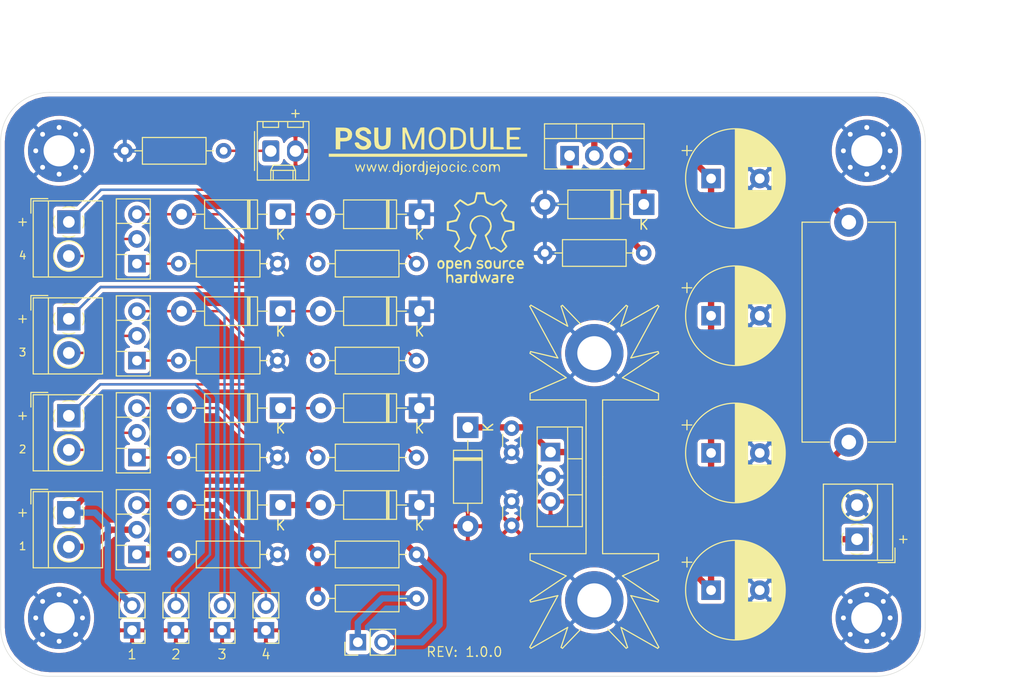
<source format=kicad_pcb>
(kicad_pcb (version 20171130) (host pcbnew "(5.1.8)-1")
  (layers (0 F.Cu signal) (31 B.Cu signal) (34 B.Paste user) (35 F.Paste user) (36 B.SilkS user) (37 F.SilkS user) (38 B.Mask user) (39 F.Mask user) (44 Edge.Cuts user))
  (net 0 "")
  (net 1 "Net-(C1-Pad1)")
  (net 2 GND)
  (net 3 OUT)
  (net 4 "Net-(D1-Pad2)")
  (net 5 "Net-(D1-Pad1)")
  (net 6 "Net-(D2-Pad1)")
  (net 7 "Net-(D2-Pad2)")
  (net 8 "Net-(D3-Pad2)")
  (net 9 "Net-(D3-Pad1)")
  (net 10 "Net-(D4-Pad1)")
  (net 11 "Net-(D4-Pad2)")
  (net 12 "Net-(D10-Pad1)")
  (net 13 "Net-(F1-Pad1)")
  (net 14 +7.5V)
  (net 15 "Net-(J1-Pad1)")
  (net 16 "Net-(J1-Pad2)")
  (net 17 "Net-(J2-Pad2)")
  (net 18 "Net-(J2-Pad1)")
  (net 19 "Net-(J3-Pad2)")
  (net 20 "Net-(J3-Pad1)")
  (net 21 "Net-(J4-Pad1)")
  (net 22 "Net-(J4-Pad2)")
  (net 23 "Net-(JP5-Pad1)")
  (net 24 "Net-(Q1-Pad1)")
  (net 25 "Net-(Q2-Pad1)")
  (net 26 "Net-(Q3-Pad1)")
  (net 27 "Net-(Q4-Pad1)")
  (net 28 "Net-(Q5-Pad1)")
  (module Icons:PSU_Module_Label (layer F.Cu) (at 123.8796 56)
    (fp_text reference G*** hide)
    (fp_text value LOGO hide)
  )
  (module Icons:OSHW (layer F.Cu) (at 129.317398 64.91617)
    (fp_text reference G*** hide)
    (fp_text value "OSHW LOGO" hide)
  )
  (module Capacitor_THT:CP_Radial_D10.0mm_P5.00mm (layer F.Cu) (at 153 58.85)
    (fp_text reference C1 hide)
    (fp_text value 1mF hide)
    (pad 1 thru_hole rect (at 0 0) (size 2 2) (drill 1) (layers *.Cu *.Mask) (net 1 "Net-(C1-Pad1)"))
    (pad 2 thru_hole circle (at 5 0) (size 2 2) (drill 1) (layers *.Cu *.Mask) (net 2 GND))
  )
  (module Capacitor_THT:CP_Radial_D10.0mm_P5.00mm (layer F.Cu) (at 153 72.95)
    (fp_text reference C2 hide)
    (fp_text value 1mF hide)
    (pad 1 thru_hole rect (at 0 0) (size 2 2) (drill 1) (layers *.Cu *.Mask) (net 1 "Net-(C1-Pad1)"))
    (pad 2 thru_hole circle (at 5 0) (size 2 2) (drill 1) (layers *.Cu *.Mask) (net 2 GND))
  )
  (module Capacitor_THT:CP_Radial_D10.0mm_P5.00mm (layer F.Cu) (at 153 87.05)
    (fp_text reference C3 hide)
    (fp_text value 470µF hide)
    (pad 2 thru_hole circle (at 5 0) (size 2 2) (drill 1) (layers *.Cu *.Mask) (net 2 GND))
    (pad 1 thru_hole rect (at 0 0) (size 2 2) (drill 1) (layers *.Cu *.Mask) (net 1 "Net-(C1-Pad1)"))
  )
  (module Capacitor_THT:CP_Radial_D10.0mm_P5.00mm (layer F.Cu) (at 153 101.15)
    (fp_text reference C4 hide)
    (fp_text value 470µF hide)
    (pad 2 thru_hole circle (at 5 0) (size 2 2) (drill 1) (layers *.Cu *.Mask) (net 2 GND))
    (pad 1 thru_hole rect (at 0 0) (size 2 2) (drill 1) (layers *.Cu *.Mask) (net 1 "Net-(C1-Pad1)"))
  )
  (module Capacitor_THT:C_Disc_D3.0mm_W1.6mm_P2.50mm (layer F.Cu) (at 132.5 84.5 270)
    (fp_text reference C5 hide)
    (fp_text value 0.33µF hide)
    (pad 1 thru_hole circle (at 0 0 270) (size 1.6 1.6) (drill 0.8) (layers *.Cu *.Mask) (net 1 "Net-(C1-Pad1)"))
    (pad 2 thru_hole circle (at 2.5 0 270) (size 1.6 1.6) (drill 0.8) (layers *.Cu *.Mask) (net 2 GND))
  )
  (module Capacitor_THT:C_Disc_D3.0mm_W1.6mm_P2.50mm (layer F.Cu) (at 132.5 94.5 90)
    (fp_text reference C6 hide)
    (fp_text value 0.1µF hide)
    (pad 2 thru_hole circle (at 2.5 0 90) (size 1.6 1.6) (drill 0.8) (layers *.Cu *.Mask) (net 2 GND))
    (pad 1 thru_hole circle (at 0 0 90) (size 1.6 1.6) (drill 0.8) (layers *.Cu *.Mask) (net 3 OUT))
  )
  (module Diode_THT:D_DO-41_SOD81_P10.16mm_Horizontal (layer F.Cu) (at 108.75 92.4 180)
    (fp_text reference D1 hide)
    (fp_text value 1N4007 hide)
    (fp_text user K (at 0 -2.1) (layer F.SilkS))
    (pad 2 thru_hole oval (at 10.16 0 180) (size 2.2 2.2) (drill 1.1) (layers *.Cu *.Mask) (net 4 "Net-(D1-Pad2)"))
    (pad 1 thru_hole rect (at 0 0 180) (size 2.2 2.2) (drill 1.1) (layers *.Cu *.Mask) (net 5 "Net-(D1-Pad1)"))
  )
  (module Diode_THT:D_DO-41_SOD81_P10.16mm_Horizontal (layer F.Cu) (at 108.75 82.44 180)
    (fp_text reference D2 hide)
    (fp_text value 1N4007 hide)
    (fp_text user K (at 0 -2.1) (layer F.SilkS))
    (pad 1 thru_hole rect (at 0 0 180) (size 2.2 2.2) (drill 1.1) (layers *.Cu *.Mask) (net 6 "Net-(D2-Pad1)"))
    (pad 2 thru_hole oval (at 10.16 0 180) (size 2.2 2.2) (drill 1.1) (layers *.Cu *.Mask) (net 7 "Net-(D2-Pad2)"))
  )
  (module Diode_THT:D_DO-41_SOD81_P10.16mm_Horizontal (layer F.Cu) (at 108.75 72.48 180)
    (fp_text reference D3 hide)
    (fp_text value 1N4007 hide)
    (fp_text user K (at 0 -2.1) (layer F.SilkS))
    (pad 2 thru_hole oval (at 10.16 0 180) (size 2.2 2.2) (drill 1.1) (layers *.Cu *.Mask) (net 8 "Net-(D3-Pad2)"))
    (pad 1 thru_hole rect (at 0 0 180) (size 2.2 2.2) (drill 1.1) (layers *.Cu *.Mask) (net 9 "Net-(D3-Pad1)"))
  )
  (module Diode_THT:D_DO-41_SOD81_P10.16mm_Horizontal (layer F.Cu) (at 108.75 62.52 180)
    (fp_text reference D4 hide)
    (fp_text value 1N4007 hide)
    (fp_text user K (at 0 -2.1) (layer F.SilkS))
    (pad 1 thru_hole rect (at 0 0 180) (size 2.2 2.2) (drill 1.1) (layers *.Cu *.Mask) (net 10 "Net-(D4-Pad1)"))
    (pad 2 thru_hole oval (at 10.16 0 180) (size 2.2 2.2) (drill 1.1) (layers *.Cu *.Mask) (net 11 "Net-(D4-Pad2)"))
  )
  (module Diode_THT:D_DO-41_SOD81_P10.16mm_Horizontal (layer F.Cu) (at 123.034999 92.4 180)
    (fp_text reference D5 hide)
    (fp_text value 1N4007 hide)
    (fp_text user K (at 0 -2.1) (layer F.SilkS))
    (pad 1 thru_hole rect (at 0 0 180) (size 2.2 2.2) (drill 1.1) (layers *.Cu *.Mask) (net 2 GND))
    (pad 2 thru_hole oval (at 10.16 0 180) (size 2.2 2.2) (drill 1.1) (layers *.Cu *.Mask) (net 5 "Net-(D1-Pad1)"))
  )
  (module Diode_THT:D_DO-41_SOD81_P10.16mm_Horizontal (layer F.Cu) (at 123.034999 82.44 180)
    (fp_text reference D6 hide)
    (fp_text value 1N4007 hide)
    (fp_text user K (at 0 -2.1) (layer F.SilkS))
    (pad 1 thru_hole rect (at 0 0 180) (size 2.2 2.2) (drill 1.1) (layers *.Cu *.Mask) (net 2 GND))
    (pad 2 thru_hole oval (at 10.16 0 180) (size 2.2 2.2) (drill 1.1) (layers *.Cu *.Mask) (net 6 "Net-(D2-Pad1)"))
  )
  (module Diode_THT:D_DO-41_SOD81_P10.16mm_Horizontal (layer F.Cu) (at 123.034999 72.48 180)
    (fp_text reference D7 hide)
    (fp_text value 1N4007 hide)
    (fp_text user K (at 0 -2.1) (layer F.SilkS))
    (pad 2 thru_hole oval (at 10.16 0 180) (size 2.2 2.2) (drill 1.1) (layers *.Cu *.Mask) (net 9 "Net-(D3-Pad1)"))
    (pad 1 thru_hole rect (at 0 0 180) (size 2.2 2.2) (drill 1.1) (layers *.Cu *.Mask) (net 2 GND))
  )
  (module Diode_THT:D_DO-41_SOD81_P10.16mm_Horizontal (layer F.Cu) (at 123.034999 62.52 180)
    (fp_text reference D8 hide)
    (fp_text value 1N4007 hide)
    (fp_text user K (at 0 -2.1) (layer F.SilkS))
    (pad 2 thru_hole oval (at 10.16 0 180) (size 2.2 2.2) (drill 1.1) (layers *.Cu *.Mask) (net 10 "Net-(D4-Pad1)"))
    (pad 1 thru_hole rect (at 0 0 180) (size 2.2 2.2) (drill 1.1) (layers *.Cu *.Mask) (net 2 GND))
  )
  (module Diode_THT:D_DO-41_SOD81_P10.16mm_Horizontal (layer F.Cu) (at 128 84.42 270)
    (fp_text reference D9 hide)
    (fp_text value 1N4007 hide)
    (fp_text user K (at 0 -2.1 90) (layer F.SilkS))
    (pad 2 thru_hole oval (at 10.16 0 270) (size 2.2 2.2) (drill 1.1) (layers *.Cu *.Mask) (net 3 OUT))
    (pad 1 thru_hole rect (at 0 0 270) (size 2.2 2.2) (drill 1.1) (layers *.Cu *.Mask) (net 1 "Net-(C1-Pad1)"))
  )
  (module Connector_Molex:Molex_KK-254_AE-6410-02A_1x02_P2.54mm_Vertical (layer F.Cu) (at 107.75 56.02)
    (fp_text reference D10 hide)
    (fp_text value RED hide)
    (pad 1 thru_hole roundrect (at 0 0) (size 1.74 2.19) (drill 1.19) (layers *.Cu *.Mask) (roundrect_rratio 0.1436775862068966) (net 12 "Net-(D10-Pad1)"))
    (pad 2 thru_hole oval (at 2.54 0) (size 1.74 2.19) (drill 1.19) (layers *.Cu *.Mask) (net 3 OUT))
  )
  (module Diode_THT:D_DO-41_SOD81_P10.16mm_Horizontal (layer F.Cu) (at 146.08 61.5 180)
    (fp_text reference D11 hide)
    (fp_text value 18V hide)
    (fp_text user K (at 0 -2.1) (layer F.SilkS))
    (pad 1 thru_hole rect (at 0 0 180) (size 2.2 2.2) (drill 1.1) (layers *.Cu *.Mask) (net 1 "Net-(C1-Pad1)"))
    (pad 2 thru_hole oval (at 10.16 0 180) (size 2.2 2.2) (drill 1.1) (layers *.Cu *.Mask) (net 2 GND))
  )
  (module Fuse:Fuseholder_Cylinder-5x20mm_Stelvio-Kontek_PTF78_Horizontal_Open (layer F.Cu) (at 167.15 63.333333 270)
    (fp_text reference F1 hide)
    (fp_text value 2A hide)
    (pad 1 thru_hole circle (at 0 0 270) (size 3 3) (drill 1.5) (layers *.Cu *.Mask) (net 13 "Net-(F1-Pad1)"))
    (pad 2 thru_hole circle (at 22.6 0 270) (size 3 3) (drill 1.5) (layers *.Cu *.Mask) (net 14 +7.5V))
  )
  (module TerminalBlock_4Ucon:TerminalBlock_4Ucon_1x02_P3.50mm_Horizontal (layer F.Cu) (at 87 93.19 270)
    (fp_text reference J1 hide)
    (fp_text value DC_OUT_1 hide)
    (pad 1 thru_hole rect (at 0 0 270) (size 2.4 2.4) (drill 1.2) (layers *.Cu *.Mask) (net 15 "Net-(J1-Pad1)"))
    (pad 2 thru_hole circle (at 3.5 0 270) (size 2.4 2.4) (drill 1.2) (layers *.Cu *.Mask) (net 16 "Net-(J1-Pad2)"))
  )
  (module TerminalBlock_4Ucon:TerminalBlock_4Ucon_1x02_P3.50mm_Horizontal (layer F.Cu) (at 87 83.23 270)
    (fp_text reference J2 hide)
    (fp_text value DC_OUT_2 hide)
    (pad 2 thru_hole circle (at 3.5 0 270) (size 2.4 2.4) (drill 1.2) (layers *.Cu *.Mask) (net 17 "Net-(J2-Pad2)"))
    (pad 1 thru_hole rect (at 0 0 270) (size 2.4 2.4) (drill 1.2) (layers *.Cu *.Mask) (net 18 "Net-(J2-Pad1)"))
  )
  (module TerminalBlock_4Ucon:TerminalBlock_4Ucon_1x02_P3.50mm_Horizontal (layer F.Cu) (at 87 73.27 270)
    (fp_text reference J3 hide)
    (fp_text value DC_OUT_3 hide)
    (pad 2 thru_hole circle (at 3.5 0 270) (size 2.4 2.4) (drill 1.2) (layers *.Cu *.Mask) (net 19 "Net-(J3-Pad2)"))
    (pad 1 thru_hole rect (at 0 0 270) (size 2.4 2.4) (drill 1.2) (layers *.Cu *.Mask) (net 20 "Net-(J3-Pad1)"))
  )
  (module TerminalBlock_4Ucon:TerminalBlock_4Ucon_1x02_P3.50mm_Horizontal (layer F.Cu) (at 87 63.31 270)
    (fp_text reference J4 hide)
    (fp_text value DC_OUT_4 hide)
    (pad 1 thru_hole rect (at 0 0 270) (size 2.4 2.4) (drill 1.2) (layers *.Cu *.Mask) (net 21 "Net-(J4-Pad1)"))
    (pad 2 thru_hole circle (at 3.5 0 270) (size 2.4 2.4) (drill 1.2) (layers *.Cu *.Mask) (net 22 "Net-(J4-Pad2)"))
  )
  (module TerminalBlock_4Ucon:TerminalBlock_4Ucon_1x02_P3.50mm_Horizontal (layer F.Cu) (at 168 95.916666 90)
    (fp_text reference J5 hide)
    (fp_text value DC_IN hide)
    (pad 1 thru_hole rect (at 0 0 90) (size 2.4 2.4) (drill 1.2) (layers *.Cu *.Mask) (net 14 +7.5V))
    (pad 2 thru_hole circle (at 3.5 0 90) (size 2.4 2.4) (drill 1.2) (layers *.Cu *.Mask) (net 2 GND))
  )
  (module Connector_PinHeader_2.54mm:PinHeader_1x02_P2.54mm_Vertical (layer F.Cu) (at 93.5 105.275 180)
    (fp_text reference JP1 hide)
    (fp_text value GATE hide)
    (pad 1 thru_hole rect (at 0 0 180) (size 1.7 1.7) (drill 1) (layers *.Cu *.Mask) (net 3 OUT))
    (pad 2 thru_hole oval (at 0 2.54 180) (size 1.7 1.7) (drill 1) (layers *.Cu *.Mask) (net 15 "Net-(J1-Pad1)"))
  )
  (module Connector_PinHeader_2.54mm:PinHeader_1x02_P2.54mm_Vertical (layer F.Cu) (at 98 105.275 180)
    (fp_text reference JP2 hide)
    (fp_text value GATE hide)
    (pad 2 thru_hole oval (at 0 2.54 180) (size 1.7 1.7) (drill 1) (layers *.Cu *.Mask) (net 18 "Net-(J2-Pad1)"))
    (pad 1 thru_hole rect (at 0 0 180) (size 1.7 1.7) (drill 1) (layers *.Cu *.Mask) (net 3 OUT))
  )
  (module Connector_PinHeader_2.54mm:PinHeader_1x02_P2.54mm_Vertical (layer F.Cu) (at 102.75 105.275 180)
    (fp_text reference JP3 hide)
    (fp_text value GATE hide)
    (pad 1 thru_hole rect (at 0 0 180) (size 1.7 1.7) (drill 1) (layers *.Cu *.Mask) (net 3 OUT))
    (pad 2 thru_hole oval (at 0 2.54 180) (size 1.7 1.7) (drill 1) (layers *.Cu *.Mask) (net 20 "Net-(J3-Pad1)"))
  )
  (module Connector_PinHeader_2.54mm:PinHeader_1x02_P2.54mm_Vertical (layer F.Cu) (at 107.25 105.275 180)
    (fp_text reference JP4 hide)
    (fp_text value GATE hide)
    (pad 2 thru_hole oval (at 0 2.54 180) (size 1.7 1.7) (drill 1) (layers *.Cu *.Mask) (net 21 "Net-(J4-Pad1)"))
    (pad 1 thru_hole rect (at 0 0 180) (size 1.7 1.7) (drill 1) (layers *.Cu *.Mask) (net 3 OUT))
  )
  (module Connector_PinHeader_2.54mm:PinHeader_1x02_P2.54mm_Vertical (layer F.Cu) (at 116.7 106.5 90)
    (fp_text reference JP5 hide)
    (fp_text value GATE hide)
    (pad 1 thru_hole rect (at 0 0 90) (size 1.7 1.7) (drill 1) (layers *.Cu *.Mask) (net 23 "Net-(JP5-Pad1)"))
    (pad 2 thru_hole oval (at 0 2.54 90) (size 1.7 1.7) (drill 1) (layers *.Cu *.Mask) (net 15 "Net-(J1-Pad1)"))
  )
  (module Package_TO_SOT_THT:TO-126-3_Vertical (layer F.Cu) (at 94 97.48 90)
    (fp_text reference Q1 hide)
    (fp_text value BD137 hide)
    (pad 3 thru_hole oval (at 5.08 0 90) (size 1.8 1.8) (drill 1) (layers *.Cu *.Mask) (net 4 "Net-(D1-Pad2)"))
    (pad 2 thru_hole oval (at 2.54 0 90) (size 1.8 1.8) (drill 1) (layers *.Cu *.Mask) (net 16 "Net-(J1-Pad2)"))
    (pad 1 thru_hole rect (at 0 0 90) (size 1.8 1.8) (drill 1) (layers *.Cu *.Mask) (net 24 "Net-(Q1-Pad1)"))
  )
  (module Package_TO_SOT_THT:TO-126-3_Vertical (layer F.Cu) (at 94 87.52 90)
    (fp_text reference Q2 hide)
    (fp_text value BD137 hide)
    (pad 1 thru_hole rect (at 0 0 90) (size 1.8 1.8) (drill 1) (layers *.Cu *.Mask) (net 25 "Net-(Q2-Pad1)"))
    (pad 2 thru_hole oval (at 2.54 0 90) (size 1.8 1.8) (drill 1) (layers *.Cu *.Mask) (net 17 "Net-(J2-Pad2)"))
    (pad 3 thru_hole oval (at 5.08 0 90) (size 1.8 1.8) (drill 1) (layers *.Cu *.Mask) (net 7 "Net-(D2-Pad2)"))
  )
  (module Package_TO_SOT_THT:TO-126-3_Vertical (layer F.Cu) (at 94 77.56 90)
    (fp_text reference Q3 hide)
    (fp_text value BD137 hide)
    (pad 3 thru_hole oval (at 5.08 0 90) (size 1.8 1.8) (drill 1) (layers *.Cu *.Mask) (net 8 "Net-(D3-Pad2)"))
    (pad 2 thru_hole oval (at 2.54 0 90) (size 1.8 1.8) (drill 1) (layers *.Cu *.Mask) (net 19 "Net-(J3-Pad2)"))
    (pad 1 thru_hole rect (at 0 0 90) (size 1.8 1.8) (drill 1) (layers *.Cu *.Mask) (net 26 "Net-(Q3-Pad1)"))
  )
  (module Package_TO_SOT_THT:TO-126-3_Vertical (layer F.Cu) (at 94 67.6 90)
    (fp_text reference Q4 hide)
    (fp_text value BD137 hide)
    (pad 1 thru_hole rect (at 0 0 90) (size 1.8 1.8) (drill 1) (layers *.Cu *.Mask) (net 27 "Net-(Q4-Pad1)"))
    (pad 2 thru_hole oval (at 2.54 0 90) (size 1.8 1.8) (drill 1) (layers *.Cu *.Mask) (net 22 "Net-(J4-Pad2)"))
    (pad 3 thru_hole oval (at 5.08 0 90) (size 1.8 1.8) (drill 1) (layers *.Cu *.Mask) (net 11 "Net-(D4-Pad2)"))
  )
  (module Package_TO_SOT_THT:TO-220-3_Vertical (layer F.Cu) (at 138.46 56.5)
    (fp_text reference Q5 hide)
    (fp_text value IRF9510 hide)
    (pad 1 thru_hole rect (at 0 0) (size 1.905 2) (drill 1.1) (layers *.Cu *.Mask) (net 28 "Net-(Q5-Pad1)"))
    (pad 2 thru_hole oval (at 2.54 0) (size 1.905 2) (drill 1.1) (layers *.Cu *.Mask) (net 13 "Net-(F1-Pad1)"))
    (pad 3 thru_hole oval (at 5.08 0) (size 1.905 2) (drill 1.1) (layers *.Cu *.Mask) (net 1 "Net-(C1-Pad1)"))
  )
  (module Resistor_THT:R_Axial_DIN0207_L6.3mm_D2.5mm_P10.16mm_Horizontal (layer F.Cu) (at 122.734999 102 180)
    (fp_text reference R1 hide)
    (fp_text value 100 hide)
    (pad 1 thru_hole circle (at 0 0 180) (size 1.6 1.6) (drill 0.8) (layers *.Cu *.Mask) (net 23 "Net-(JP5-Pad1)"))
    (pad 2 thru_hole oval (at 10.16 0 180) (size 1.6 1.6) (drill 0.8) (layers *.Cu *.Mask) (net 4 "Net-(D1-Pad2)"))
  )
  (module Resistor_THT:R_Axial_DIN0207_L6.3mm_D2.5mm_P10.16mm_Horizontal (layer F.Cu) (at 122.734999 97.48 180)
    (fp_text reference R2 hide)
    (fp_text value 100 hide)
    (pad 2 thru_hole oval (at 10.16 0 180) (size 1.6 1.6) (drill 0.8) (layers *.Cu *.Mask) (net 4 "Net-(D1-Pad2)"))
    (pad 1 thru_hole circle (at 0 0 180) (size 1.6 1.6) (drill 0.8) (layers *.Cu *.Mask) (net 15 "Net-(J1-Pad1)"))
  )
  (module Resistor_THT:R_Axial_DIN0207_L6.3mm_D2.5mm_P10.16mm_Horizontal (layer F.Cu) (at 122.734999 87.52 180)
    (fp_text reference R3 hide)
    (fp_text value 100 hide)
    (pad 1 thru_hole circle (at 0 0 180) (size 1.6 1.6) (drill 0.8) (layers *.Cu *.Mask) (net 18 "Net-(J2-Pad1)"))
    (pad 2 thru_hole oval (at 10.16 0 180) (size 1.6 1.6) (drill 0.8) (layers *.Cu *.Mask) (net 7 "Net-(D2-Pad2)"))
  )
  (module Resistor_THT:R_Axial_DIN0207_L6.3mm_D2.5mm_P10.16mm_Horizontal (layer F.Cu) (at 122.734999 77.56 180)
    (fp_text reference R4 hide)
    (fp_text value 100 hide)
    (pad 1 thru_hole circle (at 0 0 180) (size 1.6 1.6) (drill 0.8) (layers *.Cu *.Mask) (net 20 "Net-(J3-Pad1)"))
    (pad 2 thru_hole oval (at 10.16 0 180) (size 1.6 1.6) (drill 0.8) (layers *.Cu *.Mask) (net 8 "Net-(D3-Pad2)"))
  )
  (module Resistor_THT:R_Axial_DIN0207_L6.3mm_D2.5mm_P10.16mm_Horizontal (layer F.Cu) (at 122.734999 67.6 180)
    (fp_text reference R5 hide)
    (fp_text value 100 hide)
    (pad 1 thru_hole circle (at 0 0 180) (size 1.6 1.6) (drill 0.8) (layers *.Cu *.Mask) (net 21 "Net-(J4-Pad1)"))
    (pad 2 thru_hole oval (at 10.16 0 180) (size 1.6 1.6) (drill 0.8) (layers *.Cu *.Mask) (net 11 "Net-(D4-Pad2)"))
  )
  (module Resistor_THT:R_Axial_DIN0207_L6.3mm_D2.5mm_P10.16mm_Horizontal (layer F.Cu) (at 108.45 97.48 180)
    (fp_text reference R6 hide)
    (fp_text value 2.2 hide)
    (pad 1 thru_hole circle (at 0 0 180) (size 1.6 1.6) (drill 0.8) (layers *.Cu *.Mask) (net 2 GND))
    (pad 2 thru_hole oval (at 10.16 0 180) (size 1.6 1.6) (drill 0.8) (layers *.Cu *.Mask) (net 24 "Net-(Q1-Pad1)"))
  )
  (module Resistor_THT:R_Axial_DIN0207_L6.3mm_D2.5mm_P10.16mm_Horizontal (layer F.Cu) (at 108.45 87.52 180)
    (fp_text reference R7 hide)
    (fp_text value 2.2 hide)
    (pad 2 thru_hole oval (at 10.16 0 180) (size 1.6 1.6) (drill 0.8) (layers *.Cu *.Mask) (net 25 "Net-(Q2-Pad1)"))
    (pad 1 thru_hole circle (at 0 0 180) (size 1.6 1.6) (drill 0.8) (layers *.Cu *.Mask) (net 2 GND))
  )
  (module Resistor_THT:R_Axial_DIN0207_L6.3mm_D2.5mm_P10.16mm_Horizontal (layer F.Cu) (at 108.45 77.56 180)
    (fp_text reference R8 hide)
    (fp_text value 2.2 hide)
    (pad 2 thru_hole oval (at 10.16 0 180) (size 1.6 1.6) (drill 0.8) (layers *.Cu *.Mask) (net 26 "Net-(Q3-Pad1)"))
    (pad 1 thru_hole circle (at 0 0 180) (size 1.6 1.6) (drill 0.8) (layers *.Cu *.Mask) (net 2 GND))
  )
  (module Resistor_THT:R_Axial_DIN0207_L6.3mm_D2.5mm_P10.16mm_Horizontal (layer F.Cu) (at 108.45 67.6 180)
    (fp_text reference R9 hide)
    (fp_text value 2.2 hide)
    (pad 2 thru_hole oval (at 10.16 0 180) (size 1.6 1.6) (drill 0.8) (layers *.Cu *.Mask) (net 27 "Net-(Q4-Pad1)"))
    (pad 1 thru_hole circle (at 0 0 180) (size 1.6 1.6) (drill 0.8) (layers *.Cu *.Mask) (net 2 GND))
  )
  (module Resistor_THT:R_Axial_DIN0207_L6.3mm_D2.5mm_P10.16mm_Horizontal (layer F.Cu) (at 146.08 66.5 180)
    (fp_text reference R10 hide)
    (fp_text value 100k hide)
    (pad 2 thru_hole oval (at 10.16 0 180) (size 1.6 1.6) (drill 0.8) (layers *.Cu *.Mask) (net 2 GND))
    (pad 1 thru_hole circle (at 0 0 180) (size 1.6 1.6) (drill 0.8) (layers *.Cu *.Mask) (net 28 "Net-(Q5-Pad1)"))
  )
  (module Resistor_THT:R_Axial_DIN0207_L6.3mm_D2.5mm_P10.16mm_Horizontal (layer F.Cu) (at 102.91 56 180)
    (fp_text reference R11 hide)
    (fp_text value 100 hide)
    (pad 1 thru_hole circle (at 0 0 180) (size 1.6 1.6) (drill 0.8) (layers *.Cu *.Mask) (net 12 "Net-(D10-Pad1)"))
    (pad 2 thru_hole oval (at 10.16 0 180) (size 1.6 1.6) (drill 0.8) (layers *.Cu *.Mask) (net 2 GND))
  )
  (module Package_TO_SOT_THT:TO-220-3_Vertical (layer F.Cu) (at 136.5 86.96 270)
    (fp_text reference U1 hide)
    (fp_text value L7805 hide)
    (pad 3 thru_hole oval (at 5.08 0 270) (size 1.905 2) (drill 1.1) (layers *.Cu *.Mask) (net 3 OUT))
    (pad 2 thru_hole oval (at 2.54 0 270) (size 1.905 2) (drill 1.1) (layers *.Cu *.Mask) (net 2 GND))
    (pad 1 thru_hole rect (at 0 0 270) (size 1.905 2) (drill 1.1) (layers *.Cu *.Mask) (net 1 "Net-(C1-Pad1)"))
  )
  (module Heatsink:Heatsink_Fischer_SK104-STCB_35x13mm__2xDrill3.5mm_ScrewM3 (layer F.Cu) (at 141 89.5 90)
    (fp_text reference HS1 hide)
    (fp_text value Heatsink hide)
    (pad 1 thru_hole circle (at 12.7 0 90) (size 6 6) (drill 3.5) (layers *.Cu *.Mask) (net 2 GND))
    (pad 1 thru_hole circle (at -12.7 0 270) (size 6 6) (drill 3.5) (layers *.Cu *.Mask) (net 2 GND))
  )
  (module MountingHole:MountingHole_3.2mm_M3_Pad_Via (layer F.Cu) (at 86 56)
    (fp_text reference H1 hide)
    (fp_text value "Mounting Pad" hide)
    (pad 1 thru_hole circle (at 0 0) (size 6.4 6.4) (drill 3.2) (layers *.Cu *.Mask) (net 2 GND))
    (pad 1 thru_hole circle (at 2.4 0) (size 0.8 0.8) (drill 0.5) (layers *.Cu *.Mask) (net 2 GND))
    (pad 1 thru_hole circle (at 1.697056 1.697056) (size 0.8 0.8) (drill 0.5) (layers *.Cu *.Mask) (net 2 GND))
    (pad 1 thru_hole circle (at 0 2.4) (size 0.8 0.8) (drill 0.5) (layers *.Cu *.Mask) (net 2 GND))
    (pad 1 thru_hole circle (at -1.697056 1.697056) (size 0.8 0.8) (drill 0.5) (layers *.Cu *.Mask) (net 2 GND))
    (pad 1 thru_hole circle (at -2.4 0) (size 0.8 0.8) (drill 0.5) (layers *.Cu *.Mask) (net 2 GND))
    (pad 1 thru_hole circle (at -1.697056 -1.697056) (size 0.8 0.8) (drill 0.5) (layers *.Cu *.Mask) (net 2 GND))
    (pad 1 thru_hole circle (at 0 -2.4) (size 0.8 0.8) (drill 0.5) (layers *.Cu *.Mask) (net 2 GND))
    (pad 1 thru_hole circle (at 1.697056 -1.697056) (size 0.8 0.8) (drill 0.5) (layers *.Cu *.Mask) (net 2 GND))
  )
  (module MountingHole:MountingHole_3.2mm_M3_Pad_Via (layer F.Cu) (at 169 56)
    (fp_text reference H2 hide)
    (fp_text value "Mounting Pad" hide)
    (pad 1 thru_hole circle (at 1.697056 -1.697056) (size 0.8 0.8) (drill 0.5) (layers *.Cu *.Mask) (net 2 GND))
    (pad 1 thru_hole circle (at 0 -2.4) (size 0.8 0.8) (drill 0.5) (layers *.Cu *.Mask) (net 2 GND))
    (pad 1 thru_hole circle (at -1.697056 -1.697056) (size 0.8 0.8) (drill 0.5) (layers *.Cu *.Mask) (net 2 GND))
    (pad 1 thru_hole circle (at -2.4 0) (size 0.8 0.8) (drill 0.5) (layers *.Cu *.Mask) (net 2 GND))
    (pad 1 thru_hole circle (at -1.697056 1.697056) (size 0.8 0.8) (drill 0.5) (layers *.Cu *.Mask) (net 2 GND))
    (pad 1 thru_hole circle (at 0 2.4) (size 0.8 0.8) (drill 0.5) (layers *.Cu *.Mask) (net 2 GND))
    (pad 1 thru_hole circle (at 1.697056 1.697056) (size 0.8 0.8) (drill 0.5) (layers *.Cu *.Mask) (net 2 GND))
    (pad 1 thru_hole circle (at 2.4 0) (size 0.8 0.8) (drill 0.5) (layers *.Cu *.Mask) (net 2 GND))
    (pad 1 thru_hole circle (at 0 0) (size 6.4 6.4) (drill 3.2) (layers *.Cu *.Mask) (net 2 GND))
  )
  (module MountingHole:MountingHole_3.2mm_M3_Pad_Via (layer F.Cu) (at 169 104)
    (fp_text reference H3 hide)
    (fp_text value "Mounting Pad" hide)
    (pad 1 thru_hole circle (at 0 0) (size 6.4 6.4) (drill 3.2) (layers *.Cu *.Mask) (net 2 GND))
    (pad 1 thru_hole circle (at 2.4 0) (size 0.8 0.8) (drill 0.5) (layers *.Cu *.Mask) (net 2 GND))
    (pad 1 thru_hole circle (at 1.697056 1.697056) (size 0.8 0.8) (drill 0.5) (layers *.Cu *.Mask) (net 2 GND))
    (pad 1 thru_hole circle (at 0 2.4) (size 0.8 0.8) (drill 0.5) (layers *.Cu *.Mask) (net 2 GND))
    (pad 1 thru_hole circle (at -1.697056 1.697056) (size 0.8 0.8) (drill 0.5) (layers *.Cu *.Mask) (net 2 GND))
    (pad 1 thru_hole circle (at -2.4 0) (size 0.8 0.8) (drill 0.5) (layers *.Cu *.Mask) (net 2 GND))
    (pad 1 thru_hole circle (at -1.697056 -1.697056) (size 0.8 0.8) (drill 0.5) (layers *.Cu *.Mask) (net 2 GND))
    (pad 1 thru_hole circle (at 0 -2.4) (size 0.8 0.8) (drill 0.5) (layers *.Cu *.Mask) (net 2 GND))
    (pad 1 thru_hole circle (at 1.697056 -1.697056) (size 0.8 0.8) (drill 0.5) (layers *.Cu *.Mask) (net 2 GND))
  )
  (module MountingHole:MountingHole_3.2mm_M3_Pad_Via (layer F.Cu) (at 86 104)
    (fp_text reference H4 hide)
    (fp_text value "Mounting Pad" hide)
    (pad 1 thru_hole circle (at 1.697056 -1.697056) (size 0.8 0.8) (drill 0.5) (layers *.Cu *.Mask) (net 2 GND))
    (pad 1 thru_hole circle (at 0 -2.4) (size 0.8 0.8) (drill 0.5) (layers *.Cu *.Mask) (net 2 GND))
    (pad 1 thru_hole circle (at -1.697056 -1.697056) (size 0.8 0.8) (drill 0.5) (layers *.Cu *.Mask) (net 2 GND))
    (pad 1 thru_hole circle (at -2.4 0) (size 0.8 0.8) (drill 0.5) (layers *.Cu *.Mask) (net 2 GND))
    (pad 1 thru_hole circle (at -1.697056 1.697056) (size 0.8 0.8) (drill 0.5) (layers *.Cu *.Mask) (net 2 GND))
    (pad 1 thru_hole circle (at 0 2.4) (size 0.8 0.8) (drill 0.5) (layers *.Cu *.Mask) (net 2 GND))
    (pad 1 thru_hole circle (at 1.697056 1.697056) (size 0.8 0.8) (drill 0.5) (layers *.Cu *.Mask) (net 2 GND))
    (pad 1 thru_hole circle (at 2.4 0) (size 0.8 0.8) (drill 0.5) (layers *.Cu *.Mask) (net 2 GND))
    (pad 1 thru_hole circle (at 0 0) (size 6.4 6.4) (drill 3.2) (layers *.Cu *.Mask) (net 2 GND))
  )
  (gr_text 4 (at 82.25 66.756) (layer F.SilkS) (effects (font (size 0.8 0.8) (thickness 0.12))))
  (gr_text 3 (at 82.25 76.716) (layer F.SilkS) (effects (font (size 0.8 0.8) (thickness 0.12))))
  (gr_text 2 (at 82.25 86.676) (layer F.SilkS) (effects (font (size 0.8 0.8) (thickness 0.12))))
  (gr_text 1 (at 82.25 96.63) (layer F.SilkS) (effects (font (size 0.8 0.8) (thickness 0.12))))
  (gr_text "REV: 1.0.0" (at 127.65 107.5) (layer F.SilkS) (effects (font (size 1 1) (thickness 0.12))))
  (gr_text + (at 172.75 95.856666) (layer F.SilkS) (effects (font (size 1 1) (thickness 0.12))))
  (gr_text + (at 110.29 52.1) (layer F.SilkS) (effects (font (size 1 1) (thickness 0.12))))
  (gr_text 4 (at 107.25 107.75) (layer F.SilkS) (effects (font (size 1 1) (thickness 0.12))))
  (gr_text 3 (at 102.75 107.75) (layer F.SilkS) (effects (font (size 1 1) (thickness 0.12))))
  (gr_text 2 (at 98 107.75) (layer F.SilkS) (effects (font (size 1 1) (thickness 0.12))))
  (gr_text 1 (at 93.5 107.75) (layer F.SilkS) (effects (font (size 1 1) (thickness 0.12))))
  (gr_text + (at 82.25 93.13) (layer F.SilkS) (effects (font (size 1 1) (thickness 0.12))))
  (gr_text + (at 82.25 83.17) (layer F.SilkS) (effects (font (size 1 1) (thickness 0.12))))
  (gr_text + (at 82.25 73.21) (layer F.SilkS) (effects (font (size 1 1) (thickness 0.12))))
  (gr_text + (at 82.25 63.25) (layer F.SilkS) (effects (font (size 1 1) (thickness 0.12))))
  (gr_arc (start 85 105) (end 80 105) (angle -90) (layer Edge.Cuts) (width 0.05))
  (gr_arc (start 170 105) (end 170 110) (angle -90) (layer Edge.Cuts) (width 0.05))
  (gr_arc (start 170 55) (end 175 55) (angle -90) (layer Edge.Cuts) (width 0.05))
  (gr_arc (start 85 55) (end 85 50) (angle -90) (layer Edge.Cuts) (width 0.05))
  (gr_line (start 175 55) (end 175 105) (layer Edge.Cuts) (width 0.05))
  (gr_line (start 85 110) (end 170 110) (layer Edge.Cuts) (width 0.05))
  (gr_line (start 85 50) (end 170 50) (layer Edge.Cuts) (width 0.05))
  (gr_line (start 80 55) (end 80 105) (layer Edge.Cuts) (width 0.05))
  (segment (start 132.42 84.42) (end 132.5 84.5) (width 0.65) (layer F.Cu) (net 1))
  (segment (start 153 58.85) (end 153 101.15) (width 0.65) (layer F.Cu) (net 1))
  (segment (start 150.65 56.5) (end 153 58.85) (width 0.65) (layer F.Cu) (net 1))
  (segment (start 143.54 56.5) (end 150.65 56.5) (width 0.65) (layer F.Cu) (net 1))
  (segment (start 146.08 59.04) (end 143.54 56.5) (width 0.65) (layer F.Cu) (net 1))
  (segment (start 146.08 61.5) (end 146.08 59.04) (width 0.65) (layer F.Cu) (net 1))
  (segment (start 133.96 84.42) (end 136.5 86.96) (width 0.65) (layer F.Cu) (net 1))
  (segment (start 128 84.42) (end 133.96 84.42) (width 0.65) (layer F.Cu) (net 1))
  (segment (start 138.81 86.96) (end 153 101.15) (width 0.65) (layer F.Cu) (net 1))
  (segment (start 136.5 86.96) (end 138.81 86.96) (width 0.65) (layer F.Cu) (net 1))
  (segment (start 94 92.4) (end 98.59 92.4) (width 0.65) (layer F.Cu) (net 4))
  (segment (start 98.59 92.4) (end 102.4 92.4) (width 0.65) (layer F.Cu) (net 4))
  (segment (start 102.4 92.4) (end 105 95) (width 0.65) (layer F.Cu) (net 4))
  (segment (start 105 95) (end 110.094999 95) (width 0.65) (layer F.Cu) (net 4))
  (segment (start 110.094999 95) (end 112.574999 97.48) (width 0.65) (layer F.Cu) (net 4))
  (segment (start 112.574999 97.48) (end 112.574999 102) (width 0.65) (layer F.Cu) (net 4))
  (segment (start 108.75 92.4) (end 112.874999 92.4) (width 0.65) (layer F.Cu) (net 5))
  (segment (start 108.75 82.44) (end 112.874999 82.44) (width 0.25) (layer F.Cu) (net 6))
  (segment (start 94 82.44) (end 98.59 82.44) (width 0.25) (layer F.Cu) (net 7))
  (segment (start 110.054999 85) (end 112.574999 87.52) (width 0.25) (layer F.Cu) (net 7))
  (segment (start 105 85) (end 110.054999 85) (width 0.25) (layer F.Cu) (net 7))
  (segment (start 102.44 82.44) (end 105 85) (width 0.25) (layer F.Cu) (net 7))
  (segment (start 98.59 82.44) (end 102.44 82.44) (width 0.25) (layer F.Cu) (net 7))
  (segment (start 94 72.48) (end 98.59 72.48) (width 0.25) (layer F.Cu) (net 8))
  (segment (start 110.014999 75) (end 112.574999 77.56) (width 0.25) (layer F.Cu) (net 8))
  (segment (start 105 75) (end 110.014999 75) (width 0.25) (layer F.Cu) (net 8))
  (segment (start 102.48 72.48) (end 105 75) (width 0.25) (layer F.Cu) (net 8))
  (segment (start 98.59 72.48) (end 102.48 72.48) (width 0.25) (layer F.Cu) (net 8))
  (segment (start 108.75 72.48) (end 112.874999 72.48) (width 0.25) (layer F.Cu) (net 9))
  (segment (start 108.75 62.52) (end 112.874999 62.52) (width 0.25) (layer F.Cu) (net 10))
  (segment (start 94 62.52) (end 98.59 62.52) (width 0.25) (layer F.Cu) (net 11))
  (segment (start 109.974999 65) (end 112.574999 67.6) (width 0.25) (layer F.Cu) (net 11))
  (segment (start 105 65) (end 109.974999 65) (width 0.25) (layer F.Cu) (net 11))
  (segment (start 102.52 62.52) (end 105 65) (width 0.25) (layer F.Cu) (net 11))
  (segment (start 98.59 62.52) (end 102.52 62.52) (width 0.25) (layer F.Cu) (net 11))
  (segment (start 107.73 56) (end 107.75 56.02) (width 0.25) (layer F.Cu) (net 12))
  (segment (start 102.91 56) (end 107.73 56) (width 0.25) (layer F.Cu) (net 12))
  (segment (start 156.316667 52.5) (end 167.15 63.333333) (width 0.65) (layer F.Cu) (net 13))
  (segment (start 142.5 52.5) (end 156.316667 52.5) (width 0.65) (layer F.Cu) (net 13))
  (segment (start 141 54) (end 142.5 52.5) (width 0.65) (layer F.Cu) (net 13))
  (segment (start 141 56.5) (end 141 54) (width 0.65) (layer F.Cu) (net 13))
  (segment (start 167.15 85.933333) (end 165 88.083333) (width 0.65) (layer F.Cu) (net 14))
  (segment (start 165 88.083333) (end 165 95) (width 0.65) (layer F.Cu) (net 14))
  (segment (start 165 95) (end 165.916666 95.916666) (width 0.65) (layer F.Cu) (net 14))
  (segment (start 165.916666 95.916666) (end 168 95.916666) (width 0.65) (layer F.Cu) (net 14))
  (segment (start 87 93.19) (end 87.01 93.19) (width 0.65) (layer F.Cu) (net 15))
  (segment (start 90.29 89.9) (end 115.154999 89.9) (width 0.65) (layer F.Cu) (net 15))
  (segment (start 115.154999 89.9) (end 122.734999 97.48) (width 0.65) (layer F.Cu) (net 15))
  (segment (start 122.734999 97.48) (end 125.1 99.845001) (width 0.65) (layer B.Cu) (net 15))
  (segment (start 125.1 99.845001) (end 125.1 104.7) (width 0.65) (layer B.Cu) (net 15))
  (segment (start 125.1 104.7) (end 123.3 106.5) (width 0.65) (layer B.Cu) (net 15))
  (segment (start 123.3 106.5) (end 119.24 106.5) (width 0.65) (layer B.Cu) (net 15))
  (segment (start 87 93.19) (end 90.29 89.9) (width 0.65) (layer F.Cu) (net 15))
  (segment (start 91 100.235) (end 93.5 102.735) (width 0.65) (layer B.Cu) (net 15))
  (segment (start 91 94.5) (end 91 100.235) (width 0.65) (layer B.Cu) (net 15))
  (segment (start 89.69 93.19) (end 91 94.5) (width 0.65) (layer B.Cu) (net 15))
  (segment (start 87 93.19) (end 89.69 93.19) (width 0.65) (layer B.Cu) (net 15))
  (segment (start 89.56 96.69) (end 91.31 94.94) (width 0.65) (layer F.Cu) (net 16))
  (segment (start 91.31 94.94) (end 94 94.94) (width 0.65) (layer F.Cu) (net 16))
  (segment (start 87 96.69) (end 89.56 96.69) (width 0.65) (layer F.Cu) (net 16))
  (segment (start 91.27 84.98) (end 94 84.98) (width 0.25) (layer F.Cu) (net 17))
  (segment (start 89.52 86.73) (end 91.27 84.98) (width 0.25) (layer F.Cu) (net 17))
  (segment (start 87 86.73) (end 89.52 86.73) (width 0.25) (layer F.Cu) (net 17))
  (segment (start 87 83.23) (end 90.23 80) (width 0.25) (layer F.Cu) (net 18))
  (segment (start 115.214999 80) (end 122.734999 87.52) (width 0.25) (layer F.Cu) (net 18))
  (segment (start 90.23 80) (end 115.214999 80) (width 0.25) (layer F.Cu) (net 18))
  (segment (start 100 80) (end 90.23 80) (width 0.25) (layer B.Cu) (net 18))
  (segment (start 90.23 80) (end 87 83.23) (width 0.25) (layer B.Cu) (net 18))
  (segment (start 101.5 81.5) (end 100 80) (width 0.25) (layer B.Cu) (net 18))
  (segment (start 101.5 97.5) (end 101.5 81.5) (width 0.25) (layer B.Cu) (net 18))
  (segment (start 98 101) (end 101.5 97.5) (width 0.25) (layer B.Cu) (net 18))
  (segment (start 98 102.735) (end 98 101) (width 0.25) (layer B.Cu) (net 18))
  (segment (start 91.23 75.02) (end 94 75.02) (width 0.25) (layer F.Cu) (net 19))
  (segment (start 89.48 76.77) (end 91.23 75.02) (width 0.25) (layer F.Cu) (net 19))
  (segment (start 87 76.77) (end 89.48 76.77) (width 0.25) (layer F.Cu) (net 19))
  (segment (start 87 73.27) (end 90.27 70) (width 0.25) (layer F.Cu) (net 20))
  (segment (start 115.174999 70) (end 122.734999 77.56) (width 0.25) (layer F.Cu) (net 20))
  (segment (start 90.27 70) (end 115.174999 70) (width 0.25) (layer F.Cu) (net 20))
  (segment (start 90.27 70) (end 87 73.27) (width 0.25) (layer B.Cu) (net 20))
  (segment (start 100 70) (end 90.27 70) (width 0.25) (layer B.Cu) (net 20))
  (segment (start 103 73) (end 100 70) (width 0.25) (layer B.Cu) (net 20))
  (segment (start 103 102.485) (end 103 73) (width 0.25) (layer B.Cu) (net 20))
  (segment (start 102.75 102.735) (end 103 102.485) (width 0.25) (layer B.Cu) (net 20))
  (segment (start 87 63.31) (end 90.31 60) (width 0.25) (layer F.Cu) (net 21))
  (segment (start 115.134999 60) (end 122.734999 67.6) (width 0.25) (layer F.Cu) (net 21))
  (segment (start 90.31 60) (end 115.134999 60) (width 0.25) (layer F.Cu) (net 21))
  (segment (start 90.31 60) (end 87 63.31) (width 0.25) (layer B.Cu) (net 21))
  (segment (start 104.5 64.5) (end 100 60) (width 0.25) (layer B.Cu) (net 21))
  (segment (start 100 60) (end 90.31 60) (width 0.25) (layer B.Cu) (net 21))
  (segment (start 104.5 98.5) (end 104.5 64.5) (width 0.25) (layer B.Cu) (net 21))
  (segment (start 107.25 101.25) (end 104.5 98.5) (width 0.25) (layer B.Cu) (net 21))
  (segment (start 107.25 102.735) (end 107.25 101.25) (width 0.25) (layer B.Cu) (net 21))
  (segment (start 91.19 65.06) (end 94 65.06) (width 0.25) (layer F.Cu) (net 22))
  (segment (start 89.44 66.81) (end 91.19 65.06) (width 0.25) (layer F.Cu) (net 22))
  (segment (start 87 66.81) (end 89.44 66.81) (width 0.25) (layer F.Cu) (net 22))
  (segment (start 116.7 106.5) (end 116.7 104.5) (width 0.65) (layer B.Cu) (net 23))
  (segment (start 119.2 102) (end 122.734999 102) (width 0.65) (layer B.Cu) (net 23))
  (segment (start 116.7 104.5) (end 119.2 102) (width 0.65) (layer B.Cu) (net 23))
  (segment (start 94 97.48) (end 98.29 97.48) (width 0.65) (layer F.Cu) (net 24))
  (segment (start 94 87.52) (end 98.29 87.52) (width 0.25) (layer F.Cu) (net 25))
  (segment (start 94 77.56) (end 98.29 77.56) (width 0.25) (layer F.Cu) (net 26))
  (segment (start 94 67.6) (end 98.29 67.6) (width 0.25) (layer F.Cu) (net 27))
  (segment (start 138.46 58.88) (end 146.08 66.5) (width 0.65) (layer F.Cu) (net 28))
  (segment (start 138.46 56.5) (end 138.46 58.88) (width 0.65) (layer F.Cu) (net 28))
  (zone (net 2) (net_name GND) (layer B.Cu) (connect_pads (clearance 0.4)) (min_thickness 0.2) (fill yes (arc_segments 32) (thermal_gap 0.4) (thermal_bridge_width 0.4))
    (polygon (pts (xy 175 110) (xy 80 110) (xy 80 50) (xy 175 50)))
  )
  (zone (net 3) (net_name OUT) (layer F.Cu) (connect_pads thru_hole_only (clearance 0.4)) (min_thickness 0.2) (fill yes (arc_segments 32) (thermal_gap 0.4) (thermal_bridge_width 0.4))
    (polygon (pts (xy 175 110) (xy 80 110) (xy 80 50) (xy 175 50)))
  )
)
</source>
